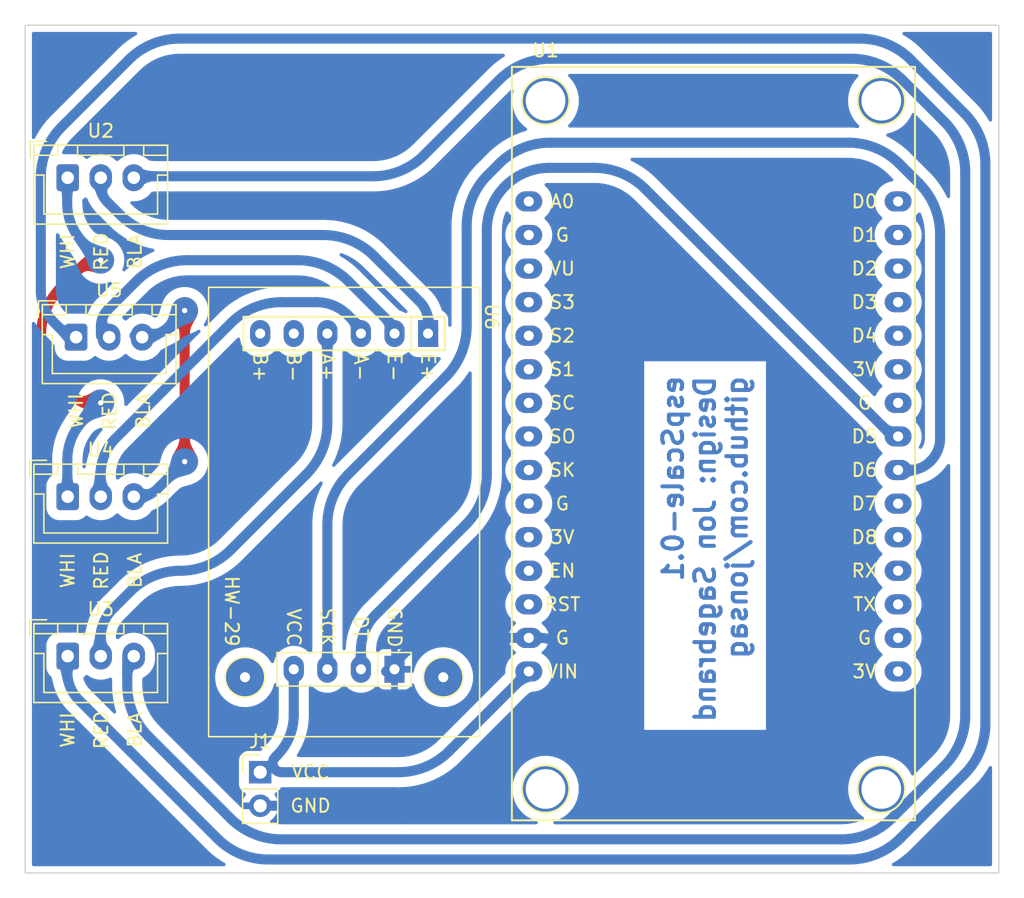
<source format=kicad_pcb>
(kicad_pcb (version 20211014) (generator pcbnew)
  (title_block (title "espScale") (date "2022-09-18") (rev "0.1"))
  (layers (0 "F.Cu" signal) (31 "B.Cu" signal) (34 "B.Paste" user) (35 "F.Paste" user) (36 "B.SilkS" user "B.Silkscreen") (37 "F.SilkS" user "F.Silkscreen") (38 "B.Mask" user) (39 "F.Mask" user) (44 "Edge.Cuts" user))
  (net 0 "")
  (net 14 "GND")
  (net 15 "+5V")
  (net 22 "SCK")
  (net 23 "DT")
  (net 31 "Net-(U2-Pad2)")
  (net 32 "Net-(U5-Pad2)")
  (net 33 "Net-(U3-Pad2)")
  (net 36 "Net-(U2-Pad1)")
  (net 37 "Net-(U2-Pad3)")
  (net 38 "Net-(U3-Pad1)")
  (net 39 "Net-(U4-Pad3)")
  (net 40 "Net-(U4-Pad2)")
  (footprint "My_Headers:3-pin JST load cell" (layer "F.Cu") (at 92.75 85.2)
    (fp_text reference "U5" (at 2.5 -3.55) (layer "F.SilkS"))
    (fp_text value "~" hide)
    (fp_text user "BLA" (at 5.08 5.588 90 unlocked) (layer "F.SilkS"))
    (fp_text user "RED" (at 2.54 5.588 90 unlocked) (layer "F.SilkS"))
    (fp_text user "WHI" (at 0 5.588 90 unlocked) (layer "F.SilkS"))
    (pad "1" thru_hole roundrect (at 0 0) (size 1.7 2.032) (drill 0.95) (layers *.Cu *.Mask) (roundrect_rratio 0.147059) (net 38 "Net-(U3-Pad1)"))
    (pad "2" thru_hole oval (at 2.5 0) (size 1.7 2.032) (drill 0.95) (layers *.Cu *.Mask) (net 32 "Net-(U5-Pad2)"))
    (pad "3" thru_hole oval (at 5 0) (size 1.7 2.032) (drill 0.95) (layers *.Cu *.Mask) (net 39 "Net-(U4-Pad3)"))
  )
  (footprint "My_Headers:3-pin JST load cell" (layer "F.Cu") (at 92.115 109.33)
    (fp_text reference "U3" (at 2.5 -3.55) (layer "F.SilkS"))
    (fp_text value "~" hide)
    (fp_text user "BLA" (at 5.08 5.588 90 unlocked) (layer "F.SilkS"))
    (fp_text user "WHI" (at 0 5.588 90 unlocked) (layer "F.SilkS"))
    (fp_text user "RED" (at 2.54 5.588 90 unlocked) (layer "F.SilkS"))
    (pad "1" thru_hole roundrect (at 0 0) (size 1.7 2.032) (drill 0.95) (layers *.Cu *.Mask) (roundrect_rratio 0.147059) (net 38 "Net-(U3-Pad1)"))
    (pad "2" thru_hole oval (at 2.5 0) (size 1.7 2.032) (drill 0.95) (layers *.Cu *.Mask) (net 33 "Net-(U3-Pad2)"))
    (pad "3" thru_hole oval (at 5 0) (size 1.7 2.032) (drill 0.95) (layers *.Cu *.Mask) (net 37 "Net-(U2-Pad3)"))
  )
  (footprint "My_Headers:3-pin JST load cell" (layer "F.Cu") (at 92.115 73.135)
    (fp_text reference "U2" (at 2.5 -3.55) (layer "F.SilkS"))
    (fp_text value "3-wire_Load_Cell" hide)
    (fp_text user "RED" (at 2.54 5.588 90 unlocked) (layer "F.SilkS"))
    (fp_text user "WHI" (at 0 5.588 90 unlocked) (layer "F.SilkS"))
    (fp_text user "BLA" (at 5.08 5.588 90 unlocked) (layer "F.SilkS"))
    (pad "1" thru_hole roundrect (at 0 0) (size 1.7 2.032) (drill 0.95) (layers *.Cu *.Mask) (roundrect_rratio 0.147059) (net 36 "Net-(U2-Pad1)"))
    (pad "2" thru_hole oval (at 2.5 0) (size 1.7 2.032) (drill 0.95) (layers *.Cu *.Mask) (net 31 "Net-(U2-Pad2)"))
    (pad "3" thru_hole oval (at 5 0) (size 1.7 2.032) (drill 0.95) (layers *.Cu *.Mask) (net 37 "Net-(U2-Pad3)"))
  )
  (footprint "My_Headers:2-pin_power_input_header" (layer "F.Cu") (at 106.68 118.11)
    (fp_text reference "J1" (at 0 -2.33) (layer "F.SilkS"))
    (fp_text value "2-pin_power_input_header" hide)
    (fp_text user "VCC" (at 3.81 0) (layer "F.SilkS"))
    (fp_text user "GND" (at 3.81 2.54) (layer "F.SilkS"))
    (pad "1" thru_hole rect locked (at 0 0) (size 1.7 1.7) (drill 1) (layers *.Cu *.Mask) (net 15 "+5V"))
    (pad "2" thru_hole oval locked (at 0 2.54) (size 1.7 1.7) (drill 1) (layers *.Cu *.Mask) (net 14 "GND"))
  )
  (footprint "My_Headers:3-pin JST load cell" (layer "F.Cu") (at 92.115 97.265)
    (fp_text reference "U4" (at 2.5 -3.55) (layer "F.SilkS"))
    (fp_text value "3-wire_Load_Cell" hide)
    (fp_text user "RED" (at 2.54 5.588 90 unlocked) (layer "F.SilkS"))
    (fp_text user "WHI" (at 0 5.588 90 unlocked) (layer "F.SilkS"))
    (fp_text user "BLA" (at 5.08 5.588 90 unlocked) (layer "F.SilkS"))
    (pad "1" thru_hole roundrect (at 0 0) (size 1.7 2.032) (drill 0.95) (layers *.Cu *.Mask) (roundrect_rratio 0.147059) (net 36 "Net-(U2-Pad1)"))
    (pad "2" thru_hole oval (at 2.5 0) (size 1.7 2.032) (drill 0.95) (layers *.Cu *.Mask) (net 40 "Net-(U4-Pad2)"))
    (pad "3" thru_hole oval (at 5 0) (size 1.7 2.032) (drill 0.95) (layers *.Cu *.Mask) (net 39 "Net-(U4-Pad3)"))
  )
  (footprint "My_Parts:HX711 Load Cell Amplifier w_pinsockets_large" (layer "F.Cu") (at 119.38 84.925 -90)
    (fp_text reference "U6" (at -1.27 -4.826 -90 unlocked) (layer "F.SilkS"))
    (fp_text value "HX711_Load_Cell_Amplifier")
    (fp_text user "GND" (at 22.225 2.54 -90 unlocked) (layer "F.SilkS"))
    (fp_text user "E+" (at 2.54 0 -90 unlocked) (layer "F.SilkS"))
    (fp_text user "VCC" (at 22.225 10.16 -90 unlocked) (layer "F.SilkS"))
    (fp_text user "HW-29" (at 21 14.85 -90 unlocked) (layer "F.SilkS"))
    (fp_text user "B-" (at 2.54 10.16 -90 unlocked) (layer "F.SilkS"))
    (fp_text user "DT" (at 22.225 5.08 -90 unlocked) (layer "F.SilkS"))
    (fp_text user "SCK" (at 22.225 7.62 -90 unlocked) (layer "F.SilkS"))
    (fp_text user "A+" (at 2.54 7.62 -90 unlocked) (layer "F.SilkS"))
    (fp_text user "E-" (at 2.54 2.54 -90 unlocked) (layer "F.SilkS"))
    (fp_text user "B+" (at 2.54 12.7 -90 unlocked) (layer "F.SilkS"))
    (fp_text user "A-" (at 2.54 5.08 -90 unlocked) (layer "F.SilkS"))
    (pad "" np_thru_hole oval (at 26 -1.15 270) (size 3 3) (drill 0.762) (layers F&B.Cu *.Mask))
    (pad "" np_thru_hole oval (at 26 13.85 270) (size 3 3) (drill 0.762) (layers F&B.Cu *.Mask))
    (pad "1" thru_hole rect (at 0 0 270) (size 2.032 1.524) (drill 0.762) (layers *.Cu *.Mask) (net 31 "Net-(U2-Pad2)"))
    (pad "2" thru_hole oval (at 0 2.54 270) (size 2.032 1.524) (drill 0.762) (layers *.Cu *.Mask) (net 32 "Net-(U5-Pad2)"))
    (pad "3" thru_hole oval (at 0 5.08 270) (size 2.032 1.524) (drill 0.762) (layers *.Cu *.Mask) (net 40 "Net-(U4-Pad2)"))
    (pad "4" thru_hole oval (at 0 7.62 270) (size 2.032 1.524) (drill 0.762) (layers *.Cu *.Mask) (net 33 "Net-(U3-Pad2)"))
    (pad "5" thru_hole oval (at 0 10.16 270) (size 2.032 1.524) (drill 0.762) (layers *.Cu *.Mask))
    (pad "6" thru_hole oval (at 0 12.7 270) (size 2.032 1.524) (drill 0.762) (layers *.Cu *.Mask))
    (pad "7" thru_hole rect (at 25.4 2.54 270) (size 2.032 1.524) (drill 0.762) (layers *.Cu *.Mask) (net 14 "GND"))
    (pad "8" thru_hole oval (at 25.4 5.08 270) (size 2.032 1.524) (drill 0.762) (layers *.Cu *.Mask) (net 23 "DT"))
    (pad "9" thru_hole oval (at 25.4 7.62 270) (size 2.032 1.524) (drill 0.762) (layers *.Cu *.Mask) (net 22 "SCK"))
    (pad "10" thru_hole oval (at 25.4 10.16 270) (size 2.032 1.524) (drill 0.762) (layers *.Cu *.Mask) (net 15 "+5V"))
  )
  (footprint "My_ESP8266:NodeMCU-LoLinV3_w_pinsockets_large" (layer "F.Cu") (at 127 74.93)
    (fp_text reference "U1" (at 1.27 -11.43) (layer "F.SilkS"))
    (fp_text value "NodeMCU1.0(ESP-12E)")
    (fp_text user "D3" (at 25.4 7.62) (layer "F.SilkS"))
    (fp_text user "3V" (at 2.54 25.4) (layer "F.SilkS"))
    (fp_text user "SK" (at 2.54 20.32) (layer "F.SilkS"))
    (fp_text user "G" (at 2.54 2.54) (layer "F.SilkS"))
    (fp_text user "RX" (at 25.4 27.94) (layer "F.SilkS"))
    (fp_text user "D1" (at 25.4 2.54) (layer "F.SilkS"))
    (fp_text user "VIN" (at 2.54 35.56) (layer "F.SilkS"))
    (fp_text user "D6" (at 25.4 20.32) (layer "F.SilkS"))
    (fp_text user "SO" (at 2.54 17.78) (layer "F.SilkS"))
    (fp_text user "G" (at 2.54 33.02) (layer "F.SilkS"))
    (fp_text user "3V" (at 25.4 35.56) (layer "F.SilkS"))
    (fp_text user "G" (at 2.54 22.86) (layer "F.SilkS"))
    (fp_text user "3V" (at 25.4 12.7) (layer "F.SilkS"))
    (fp_text user "D0" (at 25.4 0) (layer "F.SilkS"))
    (fp_text user "D8" (at 25.4 25.4) (layer "F.SilkS"))
    (fp_text user "VU" (at 2.54 5.08) (layer "F.SilkS"))
    (fp_text user "SC" (at 2.54 15.24) (layer "F.SilkS"))
    (fp_text user "D4" (at 25.4 10.16) (layer "F.SilkS"))
    (fp_text user "TX" (at 25.4 30.48) (layer "F.SilkS"))
    (fp_text user "S1" (at 2.54 12.7) (layer "F.SilkS"))
    (fp_text user "D7" (at 25.4 22.86) (layer "F.SilkS"))
    (fp_text user "G" (at 25.4 33.02) (layer "F.SilkS"))
    (fp_text user "G" (at 25.4 15.24) (layer "F.SilkS"))
    (fp_text user "A0" (at 2.54 0) (layer "F.SilkS"))
    (fp_text user "S2" (at 2.54 10.16) (layer "F.SilkS"))
    (fp_text user "EN" (at 2.54 27.94) (layer "F.SilkS"))
    (fp_text user "S3" (at 2.54 7.62) (layer "F.SilkS"))
    (fp_text user "D2" (at 25.4 5.08) (layer "F.SilkS"))
    (fp_text user "D5" (at 25.4 17.78) (layer "F.SilkS"))
    (fp_text user "RST" (at 2.54 30.48) (layer "F.SilkS"))
    (pad "" np_thru_hole circle (at 26.67 44.45) (size 3.5 3.5) (drill 3) (layers F&B.Cu *.Mask))
    (pad "" np_thru_hole circle (at 26.67 -7.62) (size 3.5 3.5) (drill 3) (layers F&B.Cu *.Mask))
    (pad "" np_thru_hole circle (at 1.27 -7.62) (size 3.5 3.5) (drill 3) (layers F&B.Cu *.Mask))
    (pad "" np_thru_hole circle (at 1.27 44.45) (size 3.5 3.5) (drill 3) (layers F&B.Cu *.Mask))
    (pad "1" thru_hole oval (at 0 0) (size 2.032 1.524) (drill 0.762) (layers *.Cu *.Mask))
    (pad "2" thru_hole oval (at 0 2.54) (size 2.032 1.524) (drill 0.762) (layers *.Cu *.Mask))
    (pad "3" thru_hole oval (at 0 5.08) (size 2.032 1.524) (drill 0.762) (layers *.Cu *.Mask))
    (pad "4" thru_hole oval (at 0 7.62) (size 2.032 1.524) (drill 0.762) (layers *.Cu *.Mask))
    (pad "5" thru_hole oval (at 0 10.16) (size 2.032 1.524) (drill 0.762) (layers *.Cu *.Mask))
    (pad "6" thru_hole oval (at 0 12.7) (size 2.032 1.524) (drill 0.762) (layers *.Cu *.Mask))
    (pad "7" thru_hole oval (at 0 15.24) (size 2.032 1.524) (drill 0.762) (layers *.Cu *.Mask))
    (pad "8" thru_hole oval (at 0 17.78) (size 2.032 1.524) (drill 0.762) (layers *.Cu *.Mask))
    (pad "9" thru_hole oval (at 0 20.32) (size 2.032 1.524) (drill 0.762) (layers *.Cu *.Mask))
    (pad "10" thru_hole oval (at 0 22.86) (size 2.032 1.524) (drill 0.762) (layers *.Cu *.Mask))
    (pad "11" thru_hole oval (at 0 25.4) (size 2.032 1.524) (drill 0.762) (layers *.Cu *.Mask))
    (pad "12" thru_hole oval (at 0 27.94) (size 2.032 1.524) (drill 0.762) (layers *.Cu *.Mask))
    (pad "13" thru_hole oval (at 0 30.48) (size 2.032 1.524) (drill 0.762) (layers *.Cu *.Mask))
    (pad "14" thru_hole oval (at 0 33.02) (size 2.032 1.524) (drill 0.762) (layers *.Cu *.Mask) (net 14 "GND"))
    (pad "15" thru_hole oval (at 0 35.56) (size 2.032 1.524) (drill 0.762) (layers *.Cu *.Mask) (net 15 "+5V"))
    (pad "16" thru_hole oval (at 27.94 35.56) (size 2.032 1.524) (drill 0.762) (layers *.Cu *.Mask))
    (pad "17" thru_hole oval (at 27.94 33.02) (size 2.032 1.524) (drill 0.762) (layers *.Cu *.Mask))
    (pad "18" thru_hole oval (at 27.94 30.48) (size 2.032 1.524) (drill 0.762) (layers *.Cu *.Mask))
    (pad "19" thru_hole oval (at 27.94 27.94) (size 2.032 1.524) (drill 0.762) (layers *.Cu *.Mask))
    (pad "20" thru_hole oval (at 27.94 25.4) (size 2.032 1.524) (drill 0.762) (layers *.Cu *.Mask))
    (pad "21" thru_hole oval (at 27.94 22.86) (size 2.032 1.524) (drill 0.762) (layers *.Cu *.Mask))
    (pad "22" thru_hole oval (at 27.94 20.32) (size 2.032 1.524) (drill 0.762) (layers *.Cu *.Mask) (net 22 "SCK"))
    (pad "23" thru_hole oval (at 27.94 17.78) (size 2.032 1.524) (drill 0.762) (layers *.Cu *.Mask) (net 23 "DT"))
    (pad "24" thru_hole oval (at 27.94 15.24) (size 2.032 1.524) (drill 0.762) (layers *.Cu *.Mask))
    (pad "25" thru_hole oval (at 27.94 12.7) (size 2.032 1.524) (drill 0.762) (layers *.Cu *.Mask))
    (pad "26" thru_hole oval (at 27.94 10.16) (size 2.032 1.524) (drill 0.762) (layers *.Cu *.Mask))
    (pad "27" thru_hole oval (at 27.94 7.62) (size 2.032 1.524) (drill 0.762) (layers *.Cu *.Mask))
    (pad "28" thru_hole oval (at 27.94 5.08) (size 2.032 1.524) (drill 0.762) (layers *.Cu *.Mask))
    (pad "29" thru_hole oval (at 27.94 2.54) (size 2.032 1.524) (drill 0.762) (layers *.Cu *.Mask))
    (pad "30" thru_hole oval (at 27.94 0) (size 2.032 1.524) (drill 0.762) (layers *.Cu *.Mask))
  )
  (gr_line (start 88.9 125.73) (end 88.9 61.595) (layer "Edge.Cuts") (width 0.1))
  (gr_line (start 162.56 61.595) (end 162.56 125.73) (layer "Edge.Cuts") (width 0.1))
  (gr_line (start 162.56 125.73) (end 88.9 125.73) (layer "Edge.Cuts") (width 0.1))
  (gr_line (start 88.9 61.595) (end 162.56 61.595) (layer "Edge.Cuts") (width 0.1))
  (gr_text "${TITLE}-${REVISION}\nDesign: Jon Sagebrand\ngithub.com/jonsag" (at 140.335 88 90) (layer "B.Cu") (effects (font (size 1.5 1.5) (thickness 0.3)) (justify left mirror)))
  (segment (start 130.175 111.047961) (end 130.175 110.334828) (width 0.762) (layer "B.Cu") (net 14))
  (segment (start 117.475 109.22) (end 116.205 110.49) (width 0.762) (layer "B.Cu") (net 14))
  (segment (start 125.383409 115.053988) (end 121.38119 119.056207) (width 0.762) (layer "B.Cu") (net 14))
  (segment (start 127.889 107.95) (end 126.111 107.95) (width 0.762) (layer "B.Cu") (net 14))
  (segment (start 126.111 107.95) (end 120.541051 107.95) (width 0.762) (layer "B.Cu") (net 14))
  (segment (start 129.406617 108.578617) (end 129.4765 108.6485) (width 0.762) (layer "B.Cu") (net 14))
  (segment (start 129.222499 113.347499) (end 129.023988 113.546011) (width 0.762) (layer "B.Cu") (net 14))
  (segment (start 117.533434 120.65) (end 106.68 120.65) (width 0.762) (layer "B.Cu") (net 14))
  (arc (start 129.023988 113.546011) (mid 128.188832 114.104044) (end 127.203699 114.3) (width 0.762) (layer "B.Cu") (net 14))
  (arc (start 129.4765 108.6485) (mid 129.993465 109.422193) (end 130.175 110.334828) (width 0.762) (layer "B.Cu") (net 14))
  (arc (start 130.175 111.047961) (mid 129.927453 112.292462) (end 129.222499 113.347499) (width 0.762) (layer "B.Cu") (net 14))
  (arc (start 120.541051 107.95) (mid 118.881716 108.280062) (end 117.475 109.22) (width 0.762) (layer "B.Cu") (net 14))
  (arc (start 129.406617 108.578617) (mid 128.710328 108.113372) (end 127.889 107.95) (width 0.762) (layer "B.Cu") (net 14))
  (arc (start 127.203699 114.3) (mid 126.218565 114.495955) (end 125.383409 115.053988) (width 0.762) (layer "B.Cu") (net 14))
  (arc (start 121.38119 119.056207) (mid 119.615824 120.235786) (end 117.533434 120.65) (width 0.762) (layer "B.Cu") (net 14))
  (segment (start 107.949999 116.839999) (end 107.825451 116.964548) (width 0.762) (layer "B.Cu") (net 15))
  (segment (start 117.126036 118.11) (end 108.299913 118.11) (width 0.762) (layer "B.Cu") (net 15))
  (segment (start 109.22 113.773948) (end 109.22 109.855) (width 0.762) (layer "B.Cu") (net 15))
  (segment (start 120.973792 116.516207) (end 127 110.49) (width 0.762) (layer "B.Cu") (net 15))
  (arc (start 120.973792 116.516207) (mid 119.208426 117.695786) (end 117.126036 118.11) (width 0.762) (layer "B.Cu") (net 15))
  (arc (start 109.22 113.773948) (mid 108.889937 115.433283) (end 107.949999 116.839999) (width 0.762) (layer "B.Cu") (net 15))
  (arc (start 107.825451 116.964548) (mid 107.679998 117.695786) (end 108.299913 118.11) (width 0.762) (layer "B.Cu") (net 15))
  (segment (start 155.829 95.25) (end 154.94 95.25) (width 0.762) (layer "B.Cu") (net 22))
  (segment (start 124.749226 72.078792) (end 123.895273 72.932746) (width 0.762) (layer "B.Cu") (net 22))
  (segment (start 158.115 77.411565) (end 158.115 92.865171) (width 0.762) (layer "B.Cu") (net 22))
  (segment (start 157.416499 94.551499) (end 157.346617 94.621382) (width 0.762) (layer "B.Cu") (net 22))
  (segment (start 156.521207 73.563809) (end 155.03619 72.078792) (width 0.762) (layer "B.Cu") (net 22))
  (segment (start 128.596983 70.485) (end 151.188434 70.485) (width 0.762) (layer "B.Cu") (net 22))
  (segment (start 111.76 99.408963) (end 111.76 110.325) (width 0.762) (layer "B.Cu") (net 22))
  (segment (start 122.30148 76.780502) (end 122.30148 84.359556) (width 0.762) (layer "B.Cu") (net 22))
  (segment (start 120.707687 88.207312) (end 113.353792 95.561207) (width 0.762) (layer "B.Cu") (net 22))
  (arc (start 155.03619 72.078792) (mid 153.270824 70.899213) (end 151.188434 70.485) (width 0.762) (layer "B.Cu") (net 22))
  (arc (start 158.115 92.865171) (mid 157.933465 93.777805) (end 157.416499 94.551499) (width 0.762) (layer "B.Cu") (net 22))
  (arc (start 156.521207 73.563809) (mid 157.700786 75.329174) (end 158.115 77.411565) (width 0.762) (layer "B.Cu") (net 22))
  (arc (start 122.30148 84.359556) (mid 121.887266 86.441946) (end 120.707687 88.207312) (width 0.762) (layer "B.Cu") (net 22))
  (arc (start 113.353792 95.561207) (mid 112.174213 97.326572) (end 111.76 99.408963) (width 0.762) (layer "B.Cu") (net 22))
  (arc (start 128.596983 70.485) (mid 126.514592 70.899213) (end 124.749226 72.078792) (width 0.762) (layer "B.Cu") (net 22))
  (arc (start 123.895273 72.932746) (mid 122.715693 74.698111) (end 122.30148 76.780502) (width 0.762) (layer "B.Cu") (net 22))
  (arc (start 157.346617 94.621382) (mid 156.650328 95.086627) (end 155.829 95.25) (width 0.762) (layer "B.Cu") (net 22))
  (segment (start 122.231207 99.383792) (end 115.422532 106.192467) (width 0.762) (layer "B.Cu") (net 23))
  (segment (start 131.958638 72.39) (end 128.549592 72.39) (width 0.762) (layer "B.Cu") (net 23))
  (segment (start 154.736301 92.71) (end 154.94 92.71) (width 0.762) (layer "B.Cu") (net 23))
  (segment (start 135.806394 73.983792) (end 154.388565 92.565963) (width 0.762) (layer "B.Cu") (net 23))
  (segment (start 123.825 95.536036) (end 123.825 77.114592) (width 0.762) (layer "B.Cu") (net 23))
  (segment (start 114.3 108.9025) (end 114.3 110.49) (width 0.762) (layer "B.Cu") (net 23))
  (arc (start 128.549592 72.39) (mid 126.741568 72.749638) (end 125.208801 73.773801) (width 0.762) (layer "B.Cu") (net 23))
  (arc (start 115.422532 106.192467) (mid 114.591736 107.43584) (end 114.3 108.9025) (width 0.762) (layer "B.Cu") (net 23))
  (arc (start 123.825 95.536036) (mid 123.410786 97.618426) (end 122.231207 99.383792) (width 0.762) (layer "B.Cu") (net 23))
  (arc (start 125.208801 73.773801) (mid 124.184638 75.306568) (end 123.825 77.114592) (width 0.762) (layer "B.Cu") (net 23))
  (arc (start 135.806394 73.983792) (mid 134.041028 72.804213) (end 131.958638 72.39) (width 0.762) (layer "B.Cu") (net 23))
  (arc (start 154.388565 92.565963) (mid 154.548107 92.672566) (end 154.736301 92.71) (width 0.762) (layer "B.Cu") (net 23))
  (segment (start 94.615 73.748) (end 94.615 73.025) (width 0.762) (layer "B.Cu") (net 31))
  (segment (start 115.296792 79.063792) (end 118.751382 82.518382) (width 0.762) (layer "B.Cu") (net 31))
  (segment (start 119.38 84.036) (end 119.38 84.925) (width 0.762) (layer "B.Cu") (net 31))
  (segment (start 96.1145 75.9705) (end 95.126238 74.982238) (width 0.762) (layer "B.Cu") (net 31))
  (segment (start 99.734613 77.47) (end 111.449036 77.47) (width 0.762) (layer "B.Cu") (net 31))
  (arc (start 115.296792 79.063792) (mid 113.531426 77.884213) (end 111.449036 77.47) (width 0.762) (layer "B.Cu") (net 31))
  (arc (start 96.1145 75.9705) (mid 97.775422 77.080292) (end 99.734613 77.47) (width 0.762) (layer "B.Cu") (net 31))
  (arc (start 94.615 73.748) (mid 94.747866 74.415964) (end 95.126238 74.982238) (width 0.762) (layer "B.Cu") (net 31))
  (arc (start 118.751382 82.518382) (mid 119.216627 83.214671) (end 119.38 84.036) (width 0.762) (layer "B.Cu") (net 31))
  (segment (start 95.141238 83.132761) (end 97.305207 80.968792) (width 0.762) (layer "B.Cu") (net 32))
  (segment (start 94.63 84.367) (end 94.63 85.09) (width 0.762) (layer "B.Cu") (net 32))
  (segment (start 109.506036 79.375) (end 101.152963 79.375) (width 0.762) (layer "B.Cu") (net 32))
  (segment (start 113.353792 80.968792) (end 116.84 84.455) (width 0.762) (layer "B.Cu") (net 32))
  (arc (start 101.152963 79.375) (mid 99.070572 79.789213) (end 97.305207 80.968792) (width 0.762) (layer "B.Cu") (net 32))
  (arc (start 113.353792 80.968792) (mid 111.588426 79.789213) (end 109.506036 79.375) (width 0.762) (layer "B.Cu") (net 32))
  (arc (start 95.141238 83.132761) (mid 94.762866 83.699034) (end 94.63 84.367) (width 0.762) (layer "B.Cu") (net 32))
  (segment (start 110.166207 95.573792) (end 104.441544 101.298455) (width 0.762) (layer "B.Cu") (net 33))
  (segment (start 111.76 91.726036) (end 111.76 84.925) (width 0.762) (layer "B.Cu") (net 33))
  (segment (start 94.615 107.95) (end 94.615 109.22) (width 0.762) (layer "B.Cu") (net 33))
  (segment (start 95.513025 105.781974) (end 96.853455 104.441544) (width 0.762) (layer "B.Cu") (net 33))
  (arc (start 95.513025 105.781974) (mid 94.848389 106.776672) (end 94.615 107.95) (width 0.762) (layer "B.Cu") (net 33))
  (arc (start 100.6475 102.87) (mid 98.594177 103.27843) (end 96.853455 104.441544) (width 0.762) (layer "B.Cu") (net 33))
  (arc (start 111.76 91.726036) (mid 111.345786 93.808426) (end 110.166207 95.573792) (width 0.762) (layer "B.Cu") (net 33))
  (arc (start 104.441544 101.298455) (mid 102.700822 102.461568) (end 100.6475 102.87) (width 0.762) (layer "B.Cu") (net 33))
  (segment (start 91.558233 88.709255) (end 92.454699 89.605721) (width 0.762) (layer "F.Cu") (net 36))
  (segment (start 90.097489 85.182706) (end 90.097489 85.09) (width 0.762) (layer "F.Cu") (net 36))
  (segment (start 94.134489 79.375) (end 94.615 79.375) (width 0.762) (layer "F.Cu") (net 36))
  (segment (start 94.615 90.17) (end 93.816989 90.17) (width 0.762) (layer "F.Cu") (net 36))
  (segment (start 93.314205 79.714772) (end 91.623786 81.405191) (width 0.762) (layer "F.Cu") (net 36))
  (via (at 94.615 79.375) (size 2.032) (drill 0.4) (layers "F.Cu" "B.Cu") (net 36))
  (via (at 94.615 90.17) (size 2.032) (drill 0.4) (layers "F.Cu" "B.Cu") (net 36))
  (arc (start 94.134489 79.375) (mid 93.690554 79.463303) (end 93.314205 79.714772) (width 0.762) (layer "F.Cu") (net 36))
  (arc (start 91.623786 81.405191) (mid 90.49416 83.095795) (end 90.097489 85.09) (width 0.762) (layer "F.Cu") (net 36))
  (arc (start 92.454699 89.605721) (mid 93.079722 90.023348) (end 93.816989 90.17) (width 0.762) (layer "F.Cu") (net 36))
  (arc (start 90.097489 85.182706) (mid 90.477123 87.09126) (end 91.558233 88.709255) (width 0.762) (layer "F.Cu") (net 36))
  (segment (start 93.345 78.105) (end 94.615 79.375) (width 0.762) (layer "B.Cu") (net 36))
  (segment (start 94.615 90.17) (end 93.3525 91.4325) (width 0.762) (layer "B.Cu") (net 36))
  (segment (start 92.075 75.038948) (end 92.075 73.025) (width 0.762) (layer "B.Cu") (net 36))
  (segment (start 92.09 94.480444) (end 92.09 97.155) (width 0.762) (layer "B.Cu") (net 36))
  (arc (start 92.075 75.038948) (mid 92.405062 76.698283) (end 93.345 78.105) (width 0.762) (layer "B.Cu") (net 36))
  (arc (start 93.3525 91.4325) (mid 92.418113 92.830908) (end 92.09 94.480444) (width 0.762) (layer "B.Cu") (net 36))
  (segment (start 104.424809 121.596207) (end 98.216312 115.38771) (width 0.762) (layer "B.Cu") (net 37))
  (segment (start 155.263792 65.728792) (end 158.426207 68.891207) (width 0.762) (layer "B.Cu") (net 37))
  (segment (start 158.426207 117.637498) (end 154.467498 121.596207) (width 0.762) (layer "B.Cu") (net 37))
  (segment (start 96.62252 111.539954) (end 96.62252 109.22) (width 0.762) (layer "B.Cu") (net 37))
  (segment (start 160.02 113.789742) (end 160.02 72.738963) (width 0.762) (layer "B.Cu") (net 37))
  (segment (start 151.416036 64.135) (end 128.618963 64.135) (width 0.762) (layer "B.Cu") (net 37))
  (segment (start 108.272565 123.19) (end 150.619742 123.19) (width 0.762) (layer "B.Cu") (net 37))
  (segment (start 115.221036 73.025) (end 97.155 73.025) (width 0.762) (layer "B.Cu") (net 37))
  (segment (start 119.068792 71.431207) (end 124.771207 65.728792) (width 0.762) (layer "B.Cu") (net 37))
  (arc (start 96.62252 111.539954) (mid 97.036733 113.622344) (end 98.216312 115.38771) (width 0.762) (layer "B.Cu") (net 37))
  (arc (start 128.618963 64.135) (mid 126.536572 64.549213) (end 124.771207 65.728792) (width 0.762) (layer "B.Cu") (net 37))
  (arc (start 155.263792 65.728792) (mid 153.498426 64.549213) (end 151.416036 64.135) (width 0.762) (layer "B.Cu") (net 37))
  (arc (start 154.467498 121.596207) (mid 152.702132 122.775786) (end 150.619742 123.19) (width 0.762) (layer "B.Cu") (net 37))
  (arc (start 104.424809 121.596207) (mid 106.190174 122.775786) (end 108.272565 123.19) (width 0.762) (layer "B.Cu") (net 37))
  (arc (start 119.068792 71.431207) (mid 117.303426 72.610786) (end 115.221036 73.025) (width 0.762) (layer "B.Cu") (net 37))
  (arc (start 158.426207 68.891207) (mid 159.605786 70.656572) (end 160.02 72.738963) (width 0.762) (layer "B.Cu") (net 37))
  (arc (start 160.02 113.789742) (mid 159.605786 115.872132) (end 158.426207 117.637498) (width 0.762) (layer "B.Cu") (net 37))
  (segment (start 159.949727 68.260145) (end 155.894855 64.205273) (width 0.762) (layer "B.Cu") (net 38))
  (segment (start 92.075 110.49) (end 92.075 109.22) (width 0.762) (layer "B.Cu") (net 38))
  (segment (start 107.282483 124.71352) (end 151.250804 124.71352) (width 0.762) (layer "B.Cu") (net 38))
  (segment (start 161.54352 114.420804) (end 161.54352 72.107901) (width 0.762) (layer "B.Cu") (net 38))
  (segment (start 103.434727 123.119727) (end 92.973025 112.658025) (width 0.762) (layer "B.Cu") (net 38))
  (segment (start 90.082489 81.662964) (end 90.082489 73.120452) (width 0.762) (layer "B.Cu") (net 38))
  (segment (start 159.949727 118.26856) (end 155.09856 123.119727) (width 0.762) (layer "B.Cu") (net 38))
  (segment (start 91.676281 69.272696) (end 96.743704 64.205273) (width 0.762) (layer "B.Cu") (net 38))
  (segment (start 91.086244 84.086244) (end 92.09 85.09) (width 0.762) (layer "B.Cu") (net 38))
  (segment (start 152.047099 62.611481) (end 100.59146 62.611481) (width 0.762) (layer "B.Cu") (net 38))
  (arc (start 159.949727 68.260145) (mid 161.129306 70.02551) (end 161.54352 72.107901) (width 0.762) (layer "B.Cu") (net 38))
  (arc (start 91.676281 69.272696) (mid 90.496702 71.038061) (end 90.082489 73.120452) (width 0.762) (layer "B.Cu") (net 38))
  (arc (start 90.082489 81.662964) (mid 90.343356 82.974433) (end 91.086244 84.086244) (width 0.762) (layer "B.Cu") (net 38))
  (arc (start 161.54352 114.420804) (mid 161.129306 116.503194) (end 159.949727 118.26856) (width 0.762) (layer "B.Cu") (net 38))
  (arc (start 92.075 110.49) (mid 92.308389 111.663326) (end 92.973025 112.658025) (width 0.762) (layer "B.Cu") (net 38))
  (arc (start 100.59146 62.611481) (mid 98.509069 63.025694) (end 96.743704 64.205273) (width 0.762) (layer "B.Cu") (net 38))
  (arc (start 155.09856 123.119727) (mid 153.333194 124.299306) (end 151.250804 124.71352) (width 0.762) (layer "B.Cu") (net 38))
  (arc (start 155.894855 64.205273) (mid 154.129489 63.025694) (end 152.047099 62.611481) (width 0.762) (layer "B.Cu") (net 38))
  (arc (start 103.434727 123.119727) (mid 105.200092 124.299306) (end 107.282483 124.71352) (width 0.762) (layer "B.Cu") (net 38))
  (segment (start 100.965 83.185) (end 100.965 94.615) (width 0.762) (layer "F.Cu") (net 39))
  (via (at 100.965 94.615) (size 2.032) (drill 0.4) (layers "F.Cu" "B.Cu") (net 39))
  (via (at 100.965 83.185) (size 2.032) (drill 0.4) (layers "F.Cu" "B.Cu") (net 39))
  (segment (start 98.115 85.09) (end 97.17 85.09) (width 0.762) (layer "B.Cu") (net 39))
  (segment (start 100.965 83.185) (end 99.728215 84.421784) (width 0.762) (layer "B.Cu") (net 39))
  (segment (start 97.7975 97.155) (end 97.17 97.155) (width 0.762) (layer "B.Cu") (net 39))
  (segment (start 100.965 94.615) (end 98.868709 96.71129) (width 0.762) (layer "B.Cu") (net 39))
  (arc (start 99.728215 84.421784) (mid 98.988065 84.916336) (end 98.115 85.09) (width 0.762) (layer "B.Cu") (net 39))
  (arc (start 98.868709 96.71129) (mid 98.377234 97.039683) (end 97.7975 97.155) (width 0.762) (layer "B.Cu") (net 39))
  (segment (start 110.941093 82.55) (end 108.298963 82.55) (width 0.762) (layer "B.Cu") (net 40))
  (segment (start 113.316199 83.533801) (end 114.155963 84.373565) (width 0.762) (layer "B.Cu") (net 40))
  (segment (start 114.3 84.721301) (end 114.3 84.925) (width 0.762) (layer "B.Cu") (net 40))
  (segment (start 95.737531 92.857467) (end 104.451207 84.143792) (width 0.762) (layer "B.Cu") (net 40))
  (segment (start 94.615 95.5675) (end 94.615 97.155) (width 0.762) (layer "B.Cu") (net 40))
  (arc (start 95.737531 92.857467) (mid 94.906736 94.10084) (end 94.615 95.5675) (width 0.762) (layer "B.Cu") (net 40))
  (arc (start 113.316199 83.533801) (mid 112.226491 82.805681) (end 110.941093 82.55) (width 0.762) (layer "B.Cu") (net 40))
  (arc (start 108.298963 82.55) (mid 106.216572 82.964213) (end 104.451207 84.143792) (width 0.762) (layer "B.Cu") (net 40))
  (arc (start 114.155963 84.373565) (mid 114.262566 84.533107) (end 114.3 84.721301) (width 0.762) (layer "B.Cu") (net 40))
  (zone (net 36) (net_name "Net-(U2-Pad1)") (layer "F.Cu") (priority 16962) (connect_pads yes (clearance 0)) (min_thickness 0.0254) (fill yes (thermal_gap 0.508) (thermal_bridge_width 0.508))
    (polygon (pts (xy 93.106386 80.461407) (xy 93.239672 80.344242) (xy 93.365919 80.264532) (xy 93.487438 80.217218) (xy 93.606546 80.197237) (xy 93.725555 80.199532) (xy 93.84678 80.21904) (xy 93.972535 80.250703) (xy 94.105134 80.28946) (xy 94.246892 80.330251) (xy 94.400123 80.368017) (xy 95.108689 79.255272) (xy 93.89658 78.65658) (xy 93.744426 78.806969) (xy 93.611337 78.93527) (xy 93.491769 79.047783) (xy 93.380175 79.150808) (xy 93.271011 79.250648) (xy 93.158733 79.353603) (xy 93.037794 79.465973) (xy 92.902651 79.594061) (xy 92.747758 79.744166) (xy 92.56757 79.922591)))
  )
  (zone (net 39) (net_name "Net-(U4-Pad3)") (layer "F.Cu") (priority 16962) (connect_pads yes (clearance 0)) (min_thickness 0.0254) (fill yes (thermal_gap 0.508) (thermal_bridge_width 0.508))
    (polygon (pts (xy 101.346 85.211) (xy 101.352677 84.980746) (xy 101.372113 84.786224) (xy 101.40341 84.620029) (xy 101.445675 84.474756) (xy 101.49801 84.343002) (xy 101.55952 84.217363) (xy 101.62931 84.090433) (xy 101.706484 83.95481) (xy 101.790145 83.803088) (xy 101.8794 83.627864) (xy 100.965 82.677) (xy 100.0506 83.627864) (xy 100.139854 83.803088) (xy 100.223515 83.95481) (xy 100.300689 84.090433) (xy 100.370479 84.217363) (xy 100.431989 84.343002) (xy 100.484324 84.474756) (xy 100.526589 84.620029) (xy 100.557886 84.786224) (xy 100.577322 84.980746) (xy 100.584 85.211)))
  )
  (zone (net 39) (net_name "Net-(U4-Pad3)") (layer "F.Cu") (priority 16962) (connect_pads yes (clearance 0)) (min_thickness 0.0254) (fill yes (thermal_gap 0.508) (thermal_bridge_width 0.508))
    (polygon (pts (xy 100.584 92.589) (xy 100.577322 92.819253) (xy 100.557886 93.013775) (xy 100.526589 93.17997) (xy 100.484324 93.325243) (xy 100.431989 93.456997) (xy 100.370479 93.582636) (xy 100.300689 93.709566) (xy 100.223515 93.845189) (xy 100.139854 93.996911) (xy 100.0506 94.172136) (xy 100.965 95.123) (xy 101.8794 94.172136) (xy 101.790145 93.996911) (xy 101.706484 93.845189) (xy 101.62931 93.709566) (xy 101.55952 93.582636) (xy 101.49801 93.456997) (xy 101.445675 93.325243) (xy 101.40341 93.17997) (xy 101.372113 93.013775) (xy 101.352677 92.819253) (xy 101.346 92.589)))
  )
  (zone (net 36) (net_name "Net-(U2-Pad1)") (layer "F.Cu") (priority 16962) (connect_pads yes (clearance 0)) (min_thickness 0.0254) (fill yes (thermal_gap 0.508) (thermal_bridge_width 0.508))
    (polygon (pts (xy 92.426466 90.084982) (xy 92.629996 90.230419) (xy 92.809872 90.343865) (xy 92.971138 90.432662) (xy 93.118841 90.504152) (xy 93.258026 90.565677) (xy 93.393738 90.62458) (xy 93.531022 90.688203) (xy 93.674926 90.763889) (xy 93.830493 90.858981) (xy 94.00277 90.98082) (xy 95.122125 90.199802) (xy 94.226543 89.231194) (xy 94.075124 89.302357) (xy 93.936152 89.380235) (xy 93.806404 89.458427) (xy 93.682654 89.530531) (xy 93.561681 89.590146) (xy 93.44026 89.630873) (xy 93.315169 89.646309) (xy 93.183184 89.630054) (xy 93.041081 89.575707) (xy 92.885638 89.476868)))
  )
  (zone (net 36) (net_name "Net-(U2-Pad1)") (layer "B.Cu") (priority 16962) (connect_pads yes (clearance 0)) (min_thickness 0.0254) (fill yes (thermal_gap 0.508) (thermal_bridge_width 0.508))
    (polygon (pts (xy 92.392337 77.508834) (xy 92.579621 77.8058) (xy 92.745111 78.055878) (xy 92.891898 78.270233) (xy 93.02307 78.460032) (xy 93.141719 78.63644) (xy 93.250934 78.810624) (xy 93.353807 78.993748) (xy 93.453427 79.196979) (xy 93.552884 79.431483) (xy 93.65527 79.708426) (xy 94.97421 79.73421) (xy 94.948426 78.41527) (xy 94.688577 78.327895) (xy 94.456124 78.251695) (xy 94.246559 78.178881) (xy 94.055369 78.101666) (xy 93.878044 78.012261) (xy 93.710073 77.902881) (xy 93.546947 77.765736) (xy 93.384154 77.59304) (xy 93.217184 77.377004) (xy 93.041527 77.109842)))
  )
  (zone (net 33) (net_name "Net-(U3-Pad2)") (layer "B.Cu") (priority 16962) (connect_pads yes (clearance 0)) (min_thickness 0.0254) (fill yes (thermal_gap 0.508) (thermal_bridge_width 0.508))
    (polygon (pts (xy 112.141 86.447) (xy 112.143752 86.276387) (xy 112.15214 86.129876) (xy 112.166361 86.002729) (xy 112.186612 85.890212) (xy 112.213091 85.787589) (xy 112.245994 85.690125) (xy 112.28552 85.593084) (xy 112.331864 85.491731) (xy 112.385225 85.381331) (xy 112.4458 85.257148) (xy 111.76 84.544) (xy 111.0742 85.257148) (xy 111.134774 85.381331) (xy 111.188135 85.491731) (xy 111.234479 85.593084) (xy 111.274005 85.690125) (xy 111.306908 85.787589) (xy 111.333387 85.890212) (xy 111.353638 86.002729) (xy 111.367859 86.129876) (xy 111.376247 86.276387) (xy 111.379 86.447)))
  )
  (zone (net 31) (net_name "Net-(U2-Pad2)") (layer "B.Cu") (priority 16962) (connect_pads yes (clearance 0)) (min_thickness 0.0254) (fill yes (thermal_gap 0.508) (thermal_bridge_width 0.508))
    (polygon (pts (xy 95.2581 74.552099) (xy 95.178085 74.423615) (xy 95.131372 74.305778) (xy 95.113355 74.196124) (xy 95.119433 74.092191) (xy 95.145004 73.991516) (xy 95.185463 73.891638) (xy 95.23621 73.790093) (xy 95.29264 73.68442) (xy 95.350152 73.572155) (xy 95.404143 73.450836) (xy 94.585137 72.711051) (xy 93.928273 73.635904) (xy 94.026337 73.781158) (xy 94.101702 73.913825) (xy 94.160658 74.037895) (xy 94.209499 74.157364) (xy 94.254516 74.276223) (xy 94.302002 74.398466) (xy 94.358247 74.528087) (xy 94.429546 74.669078) (xy 94.522189 74.825433) (xy 94.64247 75.001145)))
  )
  (zone (net 15) (net_name "+5V") (layer "B.Cu") (priority 16962) (connect_pads yes (clearance 0)) (min_thickness 0.0254) (fill yes (thermal_gap 0.508) (thermal_bridge_width 0.508))
    (polygon (pts (xy 109.601 111.377) (xy 109.605854 111.269463) (xy 109.619614 111.179061) (xy 109.641076 111.10233) (xy 109.669035 111.035809) (xy 109.702288 110.976033) (xy 109.739629 110.919541) (xy 109.779855 110.862869) (xy 109.821762 110.802555) (xy 109.864145 110.735135) (xy 109.9058 110.657148) (xy 109.22 109.944) (xy 108.5342 110.657148) (xy 108.575854 110.735135) (xy 108.618237 110.802555) (xy 108.660144 110.862869) (xy 108.70037 110.919541) (xy 108.737711 110.976033) (xy 108.770964 111.035809) (xy 108.798923 111.10233) (xy 108.820385 111.179061) (xy 108.834145 111.269463) (xy 108.839 111.377)))
  )
  (zone (net 38) (net_name "Net-(U3-Pad1)") (layer "B.Cu") (priority 16962) (connect_pads yes (clearance 0)) (min_thickness 0.0254) (fill yes (thermal_gap 0.508) (thermal_bridge_width 0.508))
    (polygon (pts (xy 91.063989 84.602804) (xy 91.220609 84.762596) (xy 91.351362 84.901957) (xy 91.461937 85.025218) (xy 91.558025 85.13671) (xy 91.645316 85.240763) (xy 91.729499 85.34171) (xy 91.816265 85.44388) (xy 91.911303 85.551604) (xy 92.020305 85.669214) (xy 92.14896 85.80104) (xy 93.154115 85.331587) (xy 92.634559 84.357876) (xy 92.510178 84.374382) (xy 92.396584 84.386627) (xy 92.2915 84.392386) (xy 92.192647 84.38943) (xy 92.097747 84.375533) (xy 92.004522 84.348468) (xy 91.910693 84.306008) (xy 91.813983 84.245926) (xy 91.712112 84.165995) (xy 91.602804 84.063989)))
  )
  (zone (net 31) (net_name "Net-(U2-Pad2)") (layer "B.Cu") (priority 16962) (connect_pads yes (clearance 0)) (min_thickness 0.0254) (fill yes (thermal_gap 0.508) (thermal_bridge_width 0.508))
    (polygon (pts (xy 118.888916 83.422355) (xy 118.939167 83.578773) (xy 118.967725 83.716693) (xy 118.976914 83.83977) (xy 118.969058 83.951661) (xy 118.946483 84.056022) (xy 118.911514 84.15651) (xy 118.866476 84.256781) (xy 118.813695 84.36049) (xy 118.755494 84.471295) (xy 118.6942 84.592852) (xy 119.38 85.306) (xy 120.0658 84.592852) (xy 119.996036 84.439826) (xy 119.941905 84.302971) (xy 119.899505 84.177013) (xy 119.864934 84.056677) (xy 119.834289 83.936693) (xy 119.803669 83.811785) (xy 119.769171 83.676681) (xy 119.726893 83.526108) (xy 119.672933 83.354792) (xy 119.60339 83.157461)))
  )
  (zone (net 0) (net_name "") (layer "B.Cu") (connect_pads (clearance 0.508)) (min_thickness 0.254) (fill yes (thermal_gap 0.508) (thermal_bridge_width 0.508))
    (polygon (pts (xy 164.465 127.635) (xy 86.995 127.635) (xy 86.995 59.69) (xy 164.465 59.69)))
  )
  (zone (net 39) (net_name "Net-(U4-Pad3)") (layer "B.Cu") (priority 16962) (connect_pads yes (clearance 0)) (min_thickness 0.0254) (fill yes (thermal_gap 0.508) (thermal_bridge_width 0.508))
    (polygon (pts (xy 99.003051 85.318536) (xy 99.335004 85.190782) (xy 99.610224 85.065467) (xy 99.841451 84.94254) (xy 100.041424 84.821951) (xy 100.222886 84.703651) (xy 100.398575 84.587589) (xy 100.581233 84.473716) (xy 100.783601 84.361982) (xy 101.018418 84.252336) (xy 101.298425 84.14473) (xy 101.32421 82.825791) (xy 100.00527 82.851574) (xy 99.925377 83.09842) (xy 99.858076 83.326984) (xy 99.794832 83.538124) (xy 99.727113 83.732695) (xy 99.646383 83.911555) (xy 99.544109 84.07556) (xy 99.411756 84.225568) (xy 99.24079 84.362435) (xy 99.022678 84.487019) (xy 98.748885 84.600176)))
  )
  (zone (net 36) (net_name "Net-(U2-Pad1)") (layer "B.Cu") (priority 16962) (connect_pads yes (clearance 0)) (min_thickness 0.0254) (fill yes (thermal_gap 0.508) (thermal_bridge_width 0.508))
    (polygon (pts (xy 91.709 95.565) (xy 91.704993 95.759034) (xy 91.69311 95.924492) (xy 91.673559 96.067187) (xy 91.646548 96.192936) (xy 91.612285 96.307551) (xy 91.570975 96.416848) (xy 91.522829 96.526642) (xy 91.468052 96.642746) (xy 91.406853 96.770975) (xy 91.339439 96.917145) (xy 92.127494 97.689816) (xy 92.868776 96.872164) (xy 92.794819 96.733472) (xy 92.728138 96.611325) (xy 92.668852 96.500184) (xy 92.617081 96.394508) (xy 92.572945 96.288758) (xy 92.536565 96.177394) (xy 92.50806 96.054876) (xy 92.487551 95.915664) (xy 92.475157 95.754218) (xy 92.471 95.565)))
  )
  (zone (net 15) (net_name "+5V") (layer "B.Cu") (priority 16962) (connect_pads yes (clearance 0)) (min_thickness 0.0254) (fill yes (thermal_gap 0.508) (thermal_bridge_width 0.508))
    (polygon (pts (xy 126.193192 111.835624) (xy 126.315778 111.716929) (xy 126.425309 111.619261) (xy 126.525271 111.53941) (xy 126.619152 111.474168) (xy 126.71044 111.420326) (xy 126.802624 111.374675) (xy 126.899191 111.334006) (xy 127.003629 111.295109) (xy 127.119425 111.254776) (xy 127.250069 111.209798) (xy 127.269407 110.220593) (xy 126.280202 110.239931) (xy 126.235223 110.370574) (xy 126.19489 110.48637) (xy 126.155994 110.590808) (xy 126.115324 110.687375) (xy 126.069673 110.779559) (xy 126.015831 110.870847) (xy 125.950589 110.964728) (xy 125.870738 111.06469) (xy 125.77307 111.174221) (xy 125.654376 111.296808)))
  )
  (zone (net 36) (net_name "Net-(U2-Pad1)") (layer "B.Cu") (priority 16962) (connect_pads yes (clearance 0)) (min_thickness 0.0254) (fill yes (thermal_gap 0.508) (thermal_bridge_width 0.508))
    (polygon (pts (xy 92.456 74.715) (xy 92.460655 74.54411) (xy 92.474342 74.39875) (xy 92.496639 74.27385) (xy 92.527129 74.164345) (xy 92.56539 74.065165) (xy 92.611003 73.971245) (xy 92.663549 73.877516) (xy 92.722607 73.778912) (xy 92.787758 73.670364) (xy 92.858582 73.546806) (xy 92.138252 72.710637) (xy 91.330875 73.463096) (xy 91.391095 73.600174) (xy 91.447735 73.719759) (xy 91.500146 73.827419) (xy 91.547677 73.928724) (xy 91.589679 74.029243) (xy 91.625501 74.134547) (xy 91.654495 74.250205) (xy 91.676008 74.381787) (xy 91.689393 74.534862) (xy 91.694 74.715)))
  )
  (zone (net 36) (net_name "Net-(U2-Pad1)") (layer "B.Cu") (priority 16962) (connect_pads yes (clearance 0)) (min_thickness 0.0254) (fill yes (thermal_gap 0.508) (thermal_bridge_width 0.508))
    (polygon (pts (xy 93.049864 92.427606) (xy 93.224365 92.161562) (xy 93.390402 91.946545) (xy 93.552428 91.774775) (xy 93.714897 91.63847) (xy 93.882262 91.529851) (xy 94.058978 91.441137) (xy 94.249499 91.364548) (xy 94.458278 91.292304) (xy 94.689769 91.216625) (xy 94.948426 91.12973) (xy 94.97421 89.81079) (xy 93.65527 89.836574) (xy 93.553316 90.112487) (xy 93.454359 90.346166) (xy 93.355312 90.548731) (xy 93.253087 90.731301) (xy 93.144597 90.904996) (xy 93.026754 91.080935) (xy 92.896473 91.270237) (xy 92.750664 91.484023) (xy 92.586241 91.733411) (xy 92.400118 92.029522)))
  )
  (zone (net 22) (net_name "SCK") (layer "B.Cu") (priority 16962) (connect_pads yes (clearance 0)) (min_thickness 0.0254) (fill yes (thermal_gap 0.508) (thermal_bridge_width 0.508))
    (polygon (pts (xy 156.442644 94.758915) (xy 156.286225 94.809166) (xy 156.148306 94.837724) (xy 156.025228 94.846913) (xy 155.913337 94.839057) (xy 155.808976 94.816482) (xy 155.708488 94.781514) (xy 155.608218 94.736476) (xy 155.504508 94.683694) (xy 155.393704 94.625494) (xy 155.272148 94.5642) (xy 154.559 95.25) (xy 155.272148 95.9358) (xy 155.425173 95.866036) (xy 155.562028 95.811905) (xy 155.687986 95.769505) (xy 155.808321 95.734934) (xy 155.928306 95.704289) (xy 156.053214 95.673668) (xy 156.188317 95.63917) (xy 156.33889 95.596892) (xy 156.510206 95.542932) (xy 156.707538 95.473389)))
  )
  (zone (net 37) (net_name "Net-(U2-Pad3)") (layer "B.Cu") (priority 16962) (connect_pads yes (clearance 0)) (min_thickness 0.0254) (fill yes (thermal_gap 0.508) (thermal_bridge_width 0.508))
    (polygon (pts (xy 97.00352 110.88) (xy 97.008893 110.745687) (xy 97.024954 110.629736) (xy 97.051613 110.529732) (xy 97.088781 110.443257) (xy 97.136368 110.367896) (xy 97.194286 110.301231) (xy 97.262445 110.240847) (xy 97.340756 110.184326) (xy 97.42913 110.129252) (xy 97.527477 110.07321) (xy 97.359547 108.982406) (xy 96.265 109.33) (xy 96.264342 109.506683) (xy 96.262558 109.660483) (xy 96.259928 109.798173) (xy 96.256735 109.926527) (xy 96.25326 110.052322) (xy 96.249784 110.18233) (xy 96.246591 110.323327) (xy 96.243961 110.482088) (xy 96.242177 110.665387) (xy 96.24152 110.88)))
  )
  (zone (net 32) (net_name "Net-(U5-Pad2)") (layer "B.Cu") (priority 16962) (connect_pads yes (clearance 0)) (min_thickness 0.0254) (fill yes (thermal_gap 0.508) (thermal_bridge_width 0.508))
    (polygon (pts (xy 115.777219 83.931035) (xy 115.869249 84.02848) (xy 115.943221 84.118967) (xy 116.000785 84.20455) (xy 116.04359 84.287285) (xy 116.073286 84.369226) (xy 116.091523 84.452428) (xy 116.09995 84.538947) (xy 116.100218 84.630836) (xy 116.093976 84.730152) (xy 116.082875 84.83895) (xy 116.966288 85.28446) (xy 117.376933 84.38431) (xy 117.260914 84.270914) (xy 117.157592 84.173224) (xy 117.063031 84.086534) (xy 116.973299 84.006134) (xy 116.884463 83.927317) (xy 116.792588 83.845377) (xy 116.693741 83.755604) (xy 116.583989 83.653292) (xy 116.459398 83.533733) (xy 116.316035 83.392219)))
  )
  (zone (net 32) (net_name "Net-(U5-Pad2)") (layer "B.Cu") (priority 16962) (connect_pads yes (clearance 0)) (min_thickness 0.0254) (fill yes (thermal_gap 0.508) (thermal_bridge_width 0.508))
    (polygon (pts (xy 94.4962 83.37191) (xy 94.422348 83.551571) (xy 94.394265 83.713687) (xy 94.400965 83.861784) (xy 94.431458 83.99939) (xy 94.474759 84.130032) (xy 94.519879 84.257238) (xy 94.555831 84.384534) (xy 94.571628 84.515449) (xy 94.556283 84.65351) (xy 94.498808 84.802244) (xy 95.557876 85.492979) (xy 95.508962 84.390409) (xy 95.424282 84.358205) (xy 95.345588 84.317497) (xy 95.274864 84.268642) (xy 95.214094 84.211995) (xy 95.165262 84.147914) (xy 95.130352 84.076756) (xy 95.111349 83.998877) (xy 95.110237 83.914634) (xy 95.128999 83.824385) (xy 95.16962 83.728486)))
  )
  (zone (net 22) (net_name "SCK") (layer "B.Cu") (priority 16962) (connect_pads yes (clearance 0)) (min_thickness 0.0254) (fill yes (thermal_gap 0.508) (thermal_bridge_width 0.508))
    (polygon (pts (xy 111.379 108.803) (xy 111.376247 108.973612) (xy 111.367859 109.120123) (xy 111.353638 109.24727) (xy 111.333387 109.359787) (xy 111.306908 109.46241) (xy 111.274005 109.559874) (xy 111.234479 109.656915) (xy 111.188135 109.758268) (xy 111.134774 109.868668) (xy 111.0742 109.992852) (xy 111.76 110.706) (xy 112.4458 109.992852) (xy 112.385225 109.868668) (xy 112.331864 109.758268) (xy 112.28552 109.656915) (xy 112.245994 109.559874) (xy 112.213091 109.46241) (xy 112.186612 109.359787) (xy 112.166361 109.24727) (xy 112.15214 109.120123) (xy 112.143752 108.973612) (xy 112.141 108.803)))
  )
  (zone (net 37) (net_name "Net-(U2-Pad3)") (layer "B.Cu") (priority 16962) (connect_pads yes (clearance 0)) (min_thickness 0.0254) (fill yes (thermal_gap 0.508) (thermal_bridge_width 0.508))
    (polygon (pts (xy 98.815 72.644) (xy 98.612295 72.640303) (xy 98.439525 72.629455) (xy 98.290433 72.61182) (xy 98.158765 72.587758) (xy 98.038262 72.557635) (xy 97.922668 72.521811) (xy 97.805727 72.480651) (xy 97.681184 72.434516) (xy 97.54278 72.38377) (xy 97.384261 72.328776) (xy 96.693515 73.189545) (xy 97.580623 73.846122) (xy 97.706561 73.762384) (xy 97.818447 73.687497) (xy 97.921343 73.621451) (xy 98.02031 73.56424) (xy 98.120407 73.515853) (xy 98.226697 73.476283) (xy 98.34424 73.445521) (xy 98.478098 73.423559) (xy 98.633331 73.410388) (xy 98.815 73.406)))
  )
  (zone (net 40) (net_name "Net-(U4-Pad2)") (layer "B.Cu") (priority 16962) (connect_pads yes (clearance 0)) (min_thickness 0.0254) (fill yes (thermal_gap 0.508) (thermal_bridge_width 0.508))
    (polygon (pts (xy 94.337212 94.640644) (xy 94.273051 94.954118) (xy 94.228656 95.225373) (xy 94.1979 95.462901) (xy 94.174658 95.675192) (xy 94.152805 95.870738) (xy 94.126216 96.05803) (xy 94.088766 96.245561) (xy 94.03433 96.44182) (xy 93.956783 96.655301) (xy 93.85 96.894494) (xy 94.615 97.69) (xy 95.38 96.894494) (xy 95.273965 96.675136) (xy 95.182183 96.478022) (xy 95.105649 96.295705) (xy 95.04536 96.120737) (xy 95.002311 95.945673) (xy 94.9775 95.763065) (xy 94.971921 95.565466) (xy 94.986572 95.34543) (xy 95.022449 95.095509) (xy 95.080548 94.808258)))
  )
  (zone (net 23) (net_name "DT") (layer "B.Cu") (priority 16962) (connect_pads yes (clearance 0)) (min_thickness 0.0254) (fill yes (thermal_gap 0.508) (thermal_bridge_width 0.508))
    (polygon (pts (xy 113.919 108.968) (xy 113.915499 109.116212) (xy 113.905197 109.242922) (xy 113.888397 109.35238) (xy 113.8654 109.448842) (xy 113.836509 109.536559) (xy 113.802024 109.619786) (xy 113.762249 109.702776) (xy 113.717486 109.789781) (xy 113.668035 109.885055) (xy 113.6142 109.992852) (xy 114.3 110.706) (xy 114.9858 109.992852) (xy 114.931964 109.885055) (xy 114.882513 109.789781) (xy 114.83775 109.702776) (xy 114.797975 109.619786) (xy 114.76349 109.536559) (xy 114.734599 109.448842) (xy 114.711602 109.35238) (xy 114.694802 109.242922) (xy 114.6845 109.116212) (xy 114.681 108.968)))
  )
  (zone (net 39) (net_name "Net-(U4-Pad3)") (layer "B.Cu") (priority 16962) (connect_pads yes (clearance 0)) (min_thickness 0.0254) (fill yes (thermal_gap 0.508) (thermal_bridge_width 0.508))
    (polygon (pts (xy 99.154227 84.399688) (xy 99.008962 84.482922) (xy 98.877749 84.535186) (xy 98.757247 84.560909) (xy 98.644117 84.564522) (xy 98.535018 84.550454) (xy 98.426609 84.523134) (xy 98.31555 84.486994) (xy 98.198502 84.446464) (xy 98.072122 84.405972) (xy 97.933073 84.36995) (xy 97.336578 85.298522) (xy 98.287753 85.858271) (xy 98.423809 85.750678) (xy 98.545423 85.661425) (xy 98.657365 85.585762) (xy 98.764406 85.518938) (xy 98.871318 85.456205) (xy 98.982872 85.392813) (xy 99.103838 85.324012) (xy 99.238987 85.245052) (xy 99.393091 85.151185) (xy 99.570921 85.03766)))
  )
  (zone (net 33) (net_name "Net-(U3-Pad2)") (layer "B.Cu") (priority 16962) (connect_pads yes (clearance 0)) (min_thickness 0.0254) (fill yes (thermal_gap 0.508) (thermal_bridge_width 0.508))
    (polygon (pts (xy 94.365603 107.006569) (xy 94.29373 107.277197) (xy 94.24044 107.511231) (xy 94.200457 107.716116) (xy 94.168505 107.899296) (xy 94.139309 108.068216) (xy 94.107592 108.230322) (xy 94.068078 108.393057) (xy 94.015492 108.563868) (xy 93.944558 108.750198) (xy 93.85 108.959494) (xy 94.615 109.755) (xy 95.38 108.959494) (xy 95.288971 108.775397) (xy 95.206436 108.609663) (xy 95.134449 108.456211) (xy 95.075065 108.308959) (xy 95.03034 108.161827) (xy 95.002327 108.008734) (xy 94.993083 107.843598) (xy 95.004661 107.660338) (xy 95.039117 107.452873) (xy 95.098507 107.215123)))
  )
  (zone (net 14) (net_name "GND") (layer "B.Cu") (connect_pads (clearance 0.508)) (min_thickness 0.254) (fill yes (thermal_gap 0.508) (thermal_bridge_width 0.508))
    (polygon (pts (xy 163.195 126.365) (xy 88.265 126.365) (xy 88.265 60.96) (xy 163.195 60.96)))
  )
  (zone (net 39) (net_name "Net-(U4-Pad3)") (layer "B.Cu") (priority 16962) (connect_pads yes (clearance 0)) (min_thickness 0.0254) (fill yes (thermal_gap 0.508) (thermal_bridge_width 0.508))
    (polygon (pts (xy 99.80181 96.317005) (xy 99.969345 96.158913) (xy 100.120635 96.035108) (xy 100.260284 95.939721) (xy 100.392892 95.866883) (xy 100.523063 95.810726) (xy 100.655398 95.765379) (xy 100.794499 95.724975) (xy 100.944969 95.683645) (xy 101.11141 95.635519) (xy 101.298425 95.57473) (xy 101.32421 94.255791) (xy 100.00527 94.281574) (xy 99.944479 94.468588) (xy 99.896354 94.635029) (xy 99.855023 94.785499) (xy 99.814619 94.9246) (xy 99.769273 95.056935) (xy 99.713115 95.187106) (xy 99.640277 95.319714) (xy 99.54489 95.459363) (xy 99.421085 95.610653) (xy 99.262994 95.778189)))
  )
  (zone (net 38) (net_name "Net-(U3-Pad1)") (layer "B.Cu") (priority 16962) (connect_pads yes (clearance 0)) (min_thickness 0.0254) (fill yes (thermal_gap 0.508) (thermal_bridge_width 0.508))
    (polygon (pts (xy 92.55852 111.224879) (xy 92.508502 111.021158) (xy 92.481404 110.843233) (xy 92.475298 110.686048) (xy 92.48826 110.544546) (xy 92.518362 110.413673) (xy 92.56368 110.288374) (xy 92.622286 110.163593) (xy 92.692256 110.034275) (xy 92.771663 109.895364) (xy 92.858582 109.741806) (xy 92.138252 108.905637) (xy 91.330875 109.658096) (xy 91.408686 109.853005) (xy 91.469947 110.024913) (xy 91.518504 110.180996) (xy 91.558199 110.328433) (xy 91.59288 110.474401) (xy 91.626389 110.626078) (xy 91.662573 110.790641) (xy 91.705275 110.975269) (xy 91.758341 111.187139) (xy 91.825616 111.433429)))
  )
  (zone (net 23) (net_name "DT") (layer "B.Cu") (priority 16962) (connect_pads yes (clearance 0)) (min_thickness 0.0254) (fill yes (thermal_gap 0.508) (thermal_bridge_width 0.508))
    (polygon (pts (xy 153.424779 92.140993) (xy 153.563527 92.281907) (xy 153.680275 92.404766) (xy 153.779559 92.513521) (xy 153.865915 92.612123) (xy 153.94388 92.704525) (xy 154.017989 92.794678) (xy 154.09278 92.886535) (xy 154.172786 92.984047) (xy 154.262546 93.091167) (xy 154.366596 93.211847) (xy 155.290802 92.858657) (xy 154.901761 91.948961) (xy 154.787942 91.953677) (xy 154.684701 91.954553) (xy 154.589738 91.949745) (xy 154.500753 91.93741) (xy 154.415446 91.915707) (xy 154.331517 91.882793) (xy 154.246667 91.836826) (xy 154.158597 91.775962) (xy 154.065006 91.69836) (xy 153.963595 91.602177)))
  )
  (zone (net 39) (net_name "Net-(U4-Pad3)") (layer "B.Cu") (priority 16962) (connect_pads yes (clearance 0)) (min_thickness 0.0254) (fill yes (thermal_gap 0.508) (thermal_bridge_width 0.508))
    (polygon (pts (xy 98.49871 96.531192) (xy 98.367771 96.619455) (xy 98.247037 96.672276) (xy 98.133942 96.694875) (xy 98.025918 96.692475) (xy 97.9204 96.670295) (xy 97.814819 96.633559) (xy 97.70661 96.587486) (xy 97.593206 96.5373) (xy 97.472039 96.48822) (xy 97.340544 96.44547) (xy 96.697056 97.342117) (xy 97.640642 97.932982) (xy 97.782794 97.827926) (xy 97.912162 97.744598) (xy 98.032771 97.676914) (xy 98.148646 97.618787) (xy 98.263814 97.564135) (xy 98.382299 97.506871) (xy 98.508128 97.440913) (xy 98.645326 97.360174) (xy 98.797919 97.25857) (xy 98.969932 97.130018)))
  )
  (zone (net 40) (net_name "Net-(U4-Pad2)") (layer "B.Cu") (priority 16962) (connect_pads yes (clearance 0)) (min_thickness 0.0254) (fill yes (thermal_gap 0.508) (thermal_bridge_width 0.508))
    (polygon (pts (xy 113.192177 83.948595) (xy 113.28836 84.050006) (xy 113.365962 84.143597) (xy 113.426826 84.231667) (xy 113.472793 84.316517) (xy 113.505707 84.400446) (xy 113.52741 84.485753) (xy 113.539745 84.574738) (xy 113.544553 84.669701) (xy 113.543677 84.772942) (xy 113.538961 84.886761) (xy 114.448657 85.275802) (xy 114.801847 84.351596) (xy 114.681167 84.247546) (xy 114.574047 84.157786) (xy 114.476535 84.07778) (xy 114.384678 84.002989) (xy 114.294525 83.92888) (xy 114.202123 83.850915) (xy 114.103521 83.764559) (xy 113.994766 83.665275) (xy 113.871907 83.548527) (xy 113.730993 83.409779)))
  )
)
</source>
